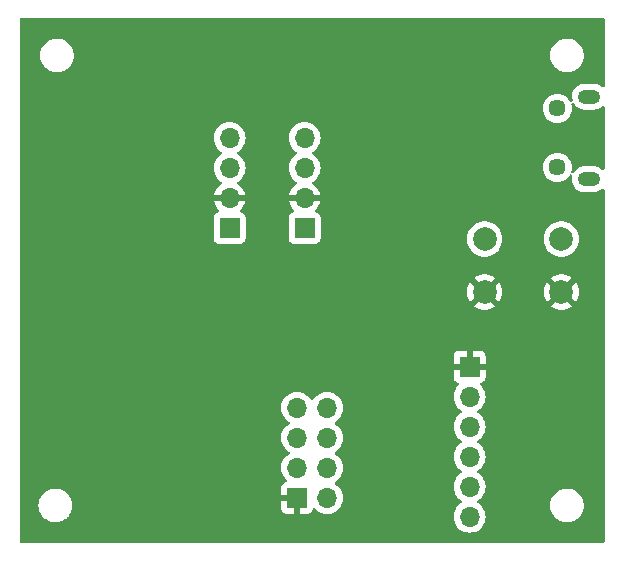
<source format=gbr>
%TF.GenerationSoftware,KiCad,Pcbnew,7.0.10-7.0.10~ubuntu22.04.1*%
%TF.CreationDate,2024-01-08T16:33:40+00:00*%
%TF.ProjectId,wifi_temp_sensor,77696669-5f74-4656-9d70-5f73656e736f,rev?*%
%TF.SameCoordinates,Original*%
%TF.FileFunction,Copper,L2,Bot*%
%TF.FilePolarity,Positive*%
%FSLAX46Y46*%
G04 Gerber Fmt 4.6, Leading zero omitted, Abs format (unit mm)*
G04 Created by KiCad (PCBNEW 7.0.10-7.0.10~ubuntu22.04.1) date 2024-01-08 16:33:40*
%MOMM*%
%LPD*%
G01*
G04 APERTURE LIST*
%TA.AperFunction,ComponentPad*%
%ADD10R,1.700000X1.700000*%
%TD*%
%TA.AperFunction,ComponentPad*%
%ADD11O,1.700000X1.700000*%
%TD*%
%TA.AperFunction,ComponentPad*%
%ADD12C,2.000000*%
%TD*%
%TA.AperFunction,ComponentPad*%
%ADD13O,1.900000X1.200000*%
%TD*%
%TA.AperFunction,ComponentPad*%
%ADD14C,1.450000*%
%TD*%
%TA.AperFunction,ViaPad*%
%ADD15C,0.800000*%
%TD*%
G04 APERTURE END LIST*
D10*
%TO.P,J2,1,Pin_1*%
%TO.N,GND*%
X207645000Y-66030000D03*
D11*
%TO.P,J2,2,Pin_2*%
%TO.N,ESP_Tx*%
X210185000Y-66030000D03*
%TO.P,J2,3,Pin_3*%
%TO.N,SDA*%
X207645000Y-63490000D03*
%TO.P,J2,4,Pin_4*%
%TO.N,+3.3V*%
X210185000Y-63490000D03*
%TO.P,J2,5,Pin_5*%
%TO.N,SCL*%
X207645000Y-60950000D03*
%TO.P,J2,6,Pin_6*%
%TO.N,unconnected-(J2-Pin_6-Pad6)*%
X210185000Y-60950000D03*
%TO.P,J2,7,Pin_7*%
%TO.N,ESP_Rx*%
X207645000Y-58410000D03*
%TO.P,J2,8,Pin_8*%
%TO.N,+3.3V*%
X210185000Y-58410000D03*
%TD*%
D10*
%TO.P,J4,1,Pin_1*%
%TO.N,GND*%
X222250000Y-54927500D03*
D11*
%TO.P,J4,2,Pin_2*%
%TO.N,unconnected-(J4-Pin_2-Pad2)*%
X222250000Y-57467500D03*
%TO.P,J4,3,Pin_3*%
%TO.N,+5V*%
X222250000Y-60007500D03*
%TO.P,J4,4,Pin_4*%
%TO.N,ESP_Rx*%
X222250000Y-62547500D03*
%TO.P,J4,5,Pin_5*%
%TO.N,ESP_Tx*%
X222250000Y-65087500D03*
%TO.P,J4,6,Pin_6*%
%TO.N,unconnected-(J4-Pin_6-Pad6)*%
X222250000Y-67627500D03*
%TD*%
D10*
%TO.P,J5,1,Pin_1*%
%TO.N,+3.3V*%
X208280000Y-43180000D03*
D11*
%TO.P,J5,2,Pin_2*%
%TO.N,GND*%
X208280000Y-40640000D03*
%TO.P,J5,3,Pin_3*%
%TO.N,SCL*%
X208280000Y-38100000D03*
%TO.P,J5,4,Pin_4*%
%TO.N,SDA*%
X208280000Y-35560000D03*
%TD*%
D12*
%TO.P,SW1,1*%
%TO.N,SCL*%
X223520000Y-44105000D03*
X230020000Y-44105000D03*
%TO.P,SW1,2*%
%TO.N,GND*%
X223520000Y-48605000D03*
X230020000Y-48605000D03*
%TD*%
D10*
%TO.P,J3,1,Pin_1*%
%TO.N,+3.3V*%
X201930000Y-43180000D03*
D11*
%TO.P,J3,2,Pin_2*%
%TO.N,GND*%
X201930000Y-40640000D03*
%TO.P,J3,3,Pin_3*%
%TO.N,SCL*%
X201930000Y-38100000D03*
%TO.P,J3,4,Pin_4*%
%TO.N,SDA*%
X201930000Y-35560000D03*
%TD*%
D13*
%TO.P,J1,6,Shield*%
%TO.N,unconnected-(J1-Shield-Pad6)*%
X232377500Y-39060000D03*
D14*
X229677500Y-38060000D03*
X229677500Y-33060000D03*
D13*
X232377500Y-32060000D03*
%TD*%
D15*
%TO.N,GND*%
X214630000Y-53975000D03*
X213360000Y-53975000D03*
X222250000Y-40640000D03*
X202565000Y-50800000D03*
X220980000Y-29210000D03*
X219075000Y-38735000D03*
X226060000Y-34290000D03*
X220980000Y-40640000D03*
X207645000Y-50800000D03*
X227330000Y-34290000D03*
X227330000Y-33020000D03*
X201295000Y-50800000D03*
X217805000Y-38735000D03*
X208915000Y-50800000D03*
X226060000Y-33020000D03*
X222250000Y-29210000D03*
%TD*%
%TA.AperFunction,Conductor*%
%TO.N,GND*%
G36*
X233623039Y-25419685D02*
G01*
X233668794Y-25472489D01*
X233680000Y-25524000D01*
X233680000Y-31158053D01*
X233660315Y-31225092D01*
X233607511Y-31270847D01*
X233538353Y-31280791D01*
X233474797Y-31251766D01*
X233470431Y-31247797D01*
X233410876Y-31191012D01*
X233234074Y-31077388D01*
X233038955Y-30999274D01*
X232832586Y-30959500D01*
X232832585Y-30959500D01*
X231975075Y-30959500D01*
X231818282Y-30974472D01*
X231818278Y-30974473D01*
X231616627Y-31033683D01*
X231429813Y-31129991D01*
X231264616Y-31259905D01*
X231264612Y-31259909D01*
X231126978Y-31418746D01*
X231021898Y-31600750D01*
X230953156Y-31799365D01*
X230953156Y-31799367D01*
X230925082Y-31994632D01*
X230923246Y-32007401D01*
X230933245Y-32217327D01*
X230963666Y-32342722D01*
X230960341Y-32412513D01*
X230919813Y-32469427D01*
X230854948Y-32495395D01*
X230786341Y-32482171D01*
X230741586Y-32443079D01*
X230619876Y-32269259D01*
X230619871Y-32269253D01*
X230468245Y-32117627D01*
X230292590Y-31994631D01*
X230195419Y-31949320D01*
X230098247Y-31904008D01*
X230098243Y-31904007D01*
X230098239Y-31904005D01*
X229891124Y-31848509D01*
X229891120Y-31848508D01*
X229891119Y-31848508D01*
X229891118Y-31848507D01*
X229891113Y-31848507D01*
X229677502Y-31829819D01*
X229677498Y-31829819D01*
X229463886Y-31848507D01*
X229463875Y-31848509D01*
X229256760Y-31904005D01*
X229256751Y-31904009D01*
X229062410Y-31994631D01*
X229062408Y-31994632D01*
X228886759Y-32117623D01*
X228886753Y-32117628D01*
X228735128Y-32269253D01*
X228735123Y-32269259D01*
X228612132Y-32444908D01*
X228612131Y-32444910D01*
X228521509Y-32639251D01*
X228521505Y-32639260D01*
X228466009Y-32846375D01*
X228466007Y-32846386D01*
X228447319Y-33059998D01*
X228447319Y-33060001D01*
X228466007Y-33273613D01*
X228466009Y-33273624D01*
X228521505Y-33480739D01*
X228521507Y-33480743D01*
X228521508Y-33480747D01*
X228566820Y-33577919D01*
X228612131Y-33675090D01*
X228612132Y-33675091D01*
X228735127Y-33850745D01*
X228886755Y-34002373D01*
X229062409Y-34125368D01*
X229256753Y-34215992D01*
X229463881Y-34271492D01*
X229616466Y-34284841D01*
X229677498Y-34290181D01*
X229677500Y-34290181D01*
X229677502Y-34290181D01*
X229730904Y-34285508D01*
X229891119Y-34271492D01*
X230098247Y-34215992D01*
X230292591Y-34125368D01*
X230468245Y-34002373D01*
X230619873Y-33850745D01*
X230742868Y-33675091D01*
X230833492Y-33480747D01*
X230888992Y-33273619D01*
X230907681Y-33060000D01*
X230888992Y-32846381D01*
X230857245Y-32727900D01*
X230858908Y-32658051D01*
X230898070Y-32600188D01*
X230962299Y-32572684D01*
X231031201Y-32584270D01*
X231078026Y-32623878D01*
X231192014Y-32783952D01*
X231192015Y-32783953D01*
X231192020Y-32783959D01*
X231344120Y-32928985D01*
X231344122Y-32928986D01*
X231520928Y-33042613D01*
X231716043Y-33120725D01*
X231819229Y-33140612D01*
X231922414Y-33160500D01*
X231922415Y-33160500D01*
X232779919Y-33160500D01*
X232779925Y-33160500D01*
X232936718Y-33145528D01*
X233138375Y-33086316D01*
X233325182Y-32990011D01*
X233479350Y-32868770D01*
X233544212Y-32842804D01*
X233612819Y-32856026D01*
X233663387Y-32904241D01*
X233680000Y-32966242D01*
X233680000Y-38158053D01*
X233660315Y-38225092D01*
X233607511Y-38270847D01*
X233538353Y-38280791D01*
X233474797Y-38251766D01*
X233470431Y-38247797D01*
X233410876Y-38191012D01*
X233234074Y-38077388D01*
X233190643Y-38060001D01*
X233038957Y-37999275D01*
X233038955Y-37999274D01*
X232832586Y-37959500D01*
X232832585Y-37959500D01*
X231975075Y-37959500D01*
X231818282Y-37974472D01*
X231818278Y-37974473D01*
X231616627Y-38033683D01*
X231429813Y-38129991D01*
X231264616Y-38259905D01*
X231264612Y-38259909D01*
X231126980Y-38418745D01*
X231081262Y-38497930D01*
X231030694Y-38546145D01*
X230962087Y-38559367D01*
X230897223Y-38533399D01*
X230856695Y-38476485D01*
X230853371Y-38406694D01*
X230854088Y-38403880D01*
X230888992Y-38273619D01*
X230907681Y-38060000D01*
X230888992Y-37846381D01*
X230833492Y-37639253D01*
X230742868Y-37444910D01*
X230619873Y-37269255D01*
X230468245Y-37117627D01*
X230468239Y-37117623D01*
X230292590Y-36994631D01*
X230195419Y-36949320D01*
X230098247Y-36904008D01*
X230098243Y-36904007D01*
X230098239Y-36904005D01*
X229891124Y-36848509D01*
X229891120Y-36848508D01*
X229891119Y-36848508D01*
X229891118Y-36848507D01*
X229891113Y-36848507D01*
X229677502Y-36829819D01*
X229677498Y-36829819D01*
X229463886Y-36848507D01*
X229463875Y-36848509D01*
X229256760Y-36904005D01*
X229256751Y-36904009D01*
X229062410Y-36994631D01*
X229062408Y-36994632D01*
X228886759Y-37117623D01*
X228886753Y-37117628D01*
X228735128Y-37269253D01*
X228735123Y-37269259D01*
X228612132Y-37444908D01*
X228612131Y-37444910D01*
X228527229Y-37626982D01*
X228522865Y-37636344D01*
X228521509Y-37639251D01*
X228521505Y-37639260D01*
X228466009Y-37846375D01*
X228466007Y-37846386D01*
X228447319Y-38059998D01*
X228447319Y-38060001D01*
X228466007Y-38273613D01*
X228466009Y-38273624D01*
X228521505Y-38480739D01*
X228521507Y-38480743D01*
X228521508Y-38480747D01*
X228546060Y-38533399D01*
X228612131Y-38675090D01*
X228699152Y-38799368D01*
X228735127Y-38850745D01*
X228886755Y-39002373D01*
X229062409Y-39125368D01*
X229256753Y-39215992D01*
X229463881Y-39271492D01*
X229616466Y-39284841D01*
X229677498Y-39290181D01*
X229677500Y-39290181D01*
X229677502Y-39290181D01*
X229731588Y-39285449D01*
X229891119Y-39271492D01*
X230098247Y-39215992D01*
X230292591Y-39125368D01*
X230468245Y-39002373D01*
X230619873Y-38850745D01*
X230734748Y-38686687D01*
X230789323Y-38643065D01*
X230858822Y-38635872D01*
X230921176Y-38667394D01*
X230956590Y-38727624D01*
X230953975Y-38793487D01*
X230954549Y-38793627D01*
X230953857Y-38796479D01*
X230953819Y-38797439D01*
X230953503Y-38798364D01*
X230953157Y-38799361D01*
X230953156Y-38799366D01*
X230953156Y-38799367D01*
X230923969Y-39002373D01*
X230923246Y-39007401D01*
X230933245Y-39217327D01*
X230982796Y-39421578D01*
X230982798Y-39421582D01*
X231070098Y-39612743D01*
X231070101Y-39612748D01*
X231070102Y-39612750D01*
X231070104Y-39612753D01*
X231133127Y-39701256D01*
X231192015Y-39783953D01*
X231192020Y-39783959D01*
X231344120Y-39928985D01*
X231344122Y-39928986D01*
X231520928Y-40042613D01*
X231716043Y-40120725D01*
X231816051Y-40140000D01*
X231922414Y-40160500D01*
X231922415Y-40160500D01*
X232779919Y-40160500D01*
X232779925Y-40160500D01*
X232936718Y-40145528D01*
X233138375Y-40086316D01*
X233325182Y-39990011D01*
X233479350Y-39868770D01*
X233544212Y-39842804D01*
X233612819Y-39856026D01*
X233663387Y-39904241D01*
X233680000Y-39966242D01*
X233680000Y-69726000D01*
X233660315Y-69793039D01*
X233607511Y-69838794D01*
X233556000Y-69850000D01*
X184274000Y-69850000D01*
X184206961Y-69830315D01*
X184161206Y-69777511D01*
X184150000Y-69726000D01*
X184150000Y-66675005D01*
X185749826Y-66675005D01*
X185769264Y-66909588D01*
X185827051Y-67137785D01*
X185921608Y-67353353D01*
X186050355Y-67550417D01*
X186050358Y-67550420D01*
X186209787Y-67723606D01*
X186337434Y-67822957D01*
X186388756Y-67862903D01*
X186395548Y-67868189D01*
X186602572Y-67980225D01*
X186638331Y-67992501D01*
X186644291Y-67994721D01*
X186644716Y-67994892D01*
X186644720Y-67994894D01*
X186648177Y-67995952D01*
X186652035Y-67997205D01*
X186825214Y-68056658D01*
X186863679Y-68063076D01*
X186870211Y-68064615D01*
X186870251Y-68064431D01*
X186875404Y-68065542D01*
X186875412Y-68065543D01*
X186886185Y-68066922D01*
X186890800Y-68067602D01*
X187057399Y-68095403D01*
X187057400Y-68095403D01*
X187100686Y-68095403D01*
X187109586Y-68095970D01*
X187114722Y-68096188D01*
X187114725Y-68096187D01*
X187114726Y-68096188D01*
X187130570Y-68095514D01*
X187135834Y-68095403D01*
X187292790Y-68095403D01*
X187292795Y-68095403D01*
X187339770Y-68087564D01*
X187354912Y-68085986D01*
X187355313Y-68085968D01*
X187355776Y-68085949D01*
X187374648Y-68081881D01*
X187380341Y-68080794D01*
X187524980Y-68056658D01*
X187574200Y-68039760D01*
X187588322Y-68035830D01*
X187591629Y-68035118D01*
X187611621Y-68027084D01*
X187617486Y-68024900D01*
X187747622Y-67980225D01*
X187797328Y-67953325D01*
X187810095Y-67947331D01*
X187815491Y-67945163D01*
X187815491Y-67945162D01*
X187815498Y-67945160D01*
X187834968Y-67933171D01*
X187840887Y-67929751D01*
X187954646Y-67868189D01*
X188002826Y-67830689D01*
X188013968Y-67822957D01*
X188020945Y-67818662D01*
X188038577Y-67803143D01*
X188044238Y-67798456D01*
X188140407Y-67723606D01*
X188184915Y-67675257D01*
X188194198Y-67666179D01*
X188202058Y-67659262D01*
X188216818Y-67640981D01*
X188222008Y-67634963D01*
X188228878Y-67627500D01*
X220894341Y-67627500D01*
X220914936Y-67862903D01*
X220914938Y-67862913D01*
X220976094Y-68091155D01*
X220976096Y-68091159D01*
X220976097Y-68091163D01*
X221075965Y-68305330D01*
X221075967Y-68305334D01*
X221184281Y-68460021D01*
X221211505Y-68498901D01*
X221378599Y-68665995D01*
X221475384Y-68733765D01*
X221572165Y-68801532D01*
X221572167Y-68801533D01*
X221572170Y-68801535D01*
X221786337Y-68901403D01*
X222014592Y-68962563D01*
X222202918Y-68979039D01*
X222249999Y-68983159D01*
X222250000Y-68983159D01*
X222250001Y-68983159D01*
X222289234Y-68979726D01*
X222485408Y-68962563D01*
X222713663Y-68901403D01*
X222927830Y-68801535D01*
X223121401Y-68665995D01*
X223288495Y-68498901D01*
X223424035Y-68305330D01*
X223523903Y-68091163D01*
X223585063Y-67862908D01*
X223605659Y-67627500D01*
X223585063Y-67392092D01*
X223523903Y-67163837D01*
X223424035Y-66949671D01*
X223421592Y-66946181D01*
X223288494Y-66756097D01*
X223207402Y-66675005D01*
X229079729Y-66675005D01*
X229099167Y-66909588D01*
X229156954Y-67137785D01*
X229251511Y-67353353D01*
X229380258Y-67550417D01*
X229380261Y-67550420D01*
X229539690Y-67723606D01*
X229667337Y-67822957D01*
X229718659Y-67862903D01*
X229725451Y-67868189D01*
X229932475Y-67980225D01*
X229968234Y-67992501D01*
X229974194Y-67994721D01*
X229974619Y-67994892D01*
X229974623Y-67994894D01*
X229978080Y-67995952D01*
X229981938Y-67997205D01*
X230155117Y-68056658D01*
X230193582Y-68063076D01*
X230200114Y-68064615D01*
X230200154Y-68064431D01*
X230205307Y-68065542D01*
X230205315Y-68065543D01*
X230216088Y-68066922D01*
X230220703Y-68067602D01*
X230387302Y-68095403D01*
X230387303Y-68095403D01*
X230430589Y-68095403D01*
X230439489Y-68095970D01*
X230444625Y-68096188D01*
X230444628Y-68096187D01*
X230444629Y-68096188D01*
X230460473Y-68095514D01*
X230465737Y-68095403D01*
X230622693Y-68095403D01*
X230622698Y-68095403D01*
X230669673Y-68087564D01*
X230684815Y-68085986D01*
X230685216Y-68085968D01*
X230685679Y-68085949D01*
X230704551Y-68081881D01*
X230710244Y-68080794D01*
X230854883Y-68056658D01*
X230904103Y-68039760D01*
X230918225Y-68035830D01*
X230921532Y-68035118D01*
X230941524Y-68027084D01*
X230947389Y-68024900D01*
X231077525Y-67980225D01*
X231127231Y-67953325D01*
X231139998Y-67947331D01*
X231145394Y-67945163D01*
X231145394Y-67945162D01*
X231145401Y-67945160D01*
X231164871Y-67933171D01*
X231170790Y-67929751D01*
X231284549Y-67868189D01*
X231332729Y-67830689D01*
X231343871Y-67822957D01*
X231350848Y-67818662D01*
X231368480Y-67803143D01*
X231374141Y-67798456D01*
X231470310Y-67723606D01*
X231514818Y-67675257D01*
X231524101Y-67666179D01*
X231531961Y-67659262D01*
X231546721Y-67640981D01*
X231551911Y-67634963D01*
X231629739Y-67550420D01*
X231668280Y-67491427D01*
X231675594Y-67481375D01*
X231683530Y-67471547D01*
X231694786Y-67451397D01*
X231699196Y-67444107D01*
X231758488Y-67353354D01*
X231788743Y-67284379D01*
X231794040Y-67273724D01*
X231801195Y-67260917D01*
X231808624Y-67239888D01*
X231811965Y-67231437D01*
X231853046Y-67137785D01*
X231872772Y-67059887D01*
X231876042Y-67049077D01*
X231881571Y-67033431D01*
X231885154Y-67012536D01*
X231887165Y-67003052D01*
X231910829Y-66909604D01*
X231910831Y-66909595D01*
X231910832Y-66909592D01*
X231917893Y-66824368D01*
X231919249Y-66813694D01*
X231922346Y-66795634D01*
X231922977Y-66765827D01*
X231923369Y-66758286D01*
X231930271Y-66675000D01*
X231923369Y-66591716D01*
X231922977Y-66584168D01*
X231922346Y-66554366D01*
X231919251Y-66536319D01*
X231917893Y-66525628D01*
X231910832Y-66440408D01*
X231910831Y-66440405D01*
X231910831Y-66440401D01*
X231887162Y-66346937D01*
X231885154Y-66337470D01*
X231881571Y-66316569D01*
X231876054Y-66300956D01*
X231872769Y-66290102D01*
X231853046Y-66212215D01*
X231811967Y-66118566D01*
X231808619Y-66110097D01*
X231801195Y-66089083D01*
X231794044Y-66076283D01*
X231788744Y-66065623D01*
X231773118Y-66030000D01*
X231758488Y-65996646D01*
X231699200Y-65905898D01*
X231694784Y-65898600D01*
X231683530Y-65878453D01*
X231675598Y-65868630D01*
X231668272Y-65858559D01*
X231629743Y-65799584D01*
X231551941Y-65715069D01*
X231546694Y-65708984D01*
X231531964Y-65690741D01*
X231531958Y-65690735D01*
X231524104Y-65683822D01*
X231514809Y-65674732D01*
X231470310Y-65626394D01*
X231374169Y-65551564D01*
X231368435Y-65546817D01*
X231350848Y-65531338D01*
X231350847Y-65531337D01*
X231343866Y-65527039D01*
X231332730Y-65519311D01*
X231284549Y-65481811D01*
X231284548Y-65481810D01*
X231284545Y-65481808D01*
X231284539Y-65481804D01*
X231170806Y-65420255D01*
X231164822Y-65416798D01*
X231145401Y-65404840D01*
X231145398Y-65404838D01*
X231139985Y-65402663D01*
X231127213Y-65396664D01*
X231077532Y-65369778D01*
X231077520Y-65369773D01*
X230947457Y-65325122D01*
X230941488Y-65322900D01*
X230921541Y-65314885D01*
X230921534Y-65314882D01*
X230921532Y-65314882D01*
X230921529Y-65314881D01*
X230921528Y-65314881D01*
X230918212Y-65314166D01*
X230904095Y-65310235D01*
X230854888Y-65293343D01*
X230854881Y-65293341D01*
X230710246Y-65269205D01*
X230704539Y-65268114D01*
X230685684Y-65264051D01*
X230685191Y-65264030D01*
X230684801Y-65264013D01*
X230669673Y-65262435D01*
X230622698Y-65254597D01*
X230465737Y-65254597D01*
X230460473Y-65254485D01*
X230459705Y-65254452D01*
X230444625Y-65253811D01*
X230439489Y-65254029D01*
X230430589Y-65254597D01*
X230387301Y-65254597D01*
X230220736Y-65282390D01*
X230216094Y-65283075D01*
X230205312Y-65284457D01*
X230200167Y-65285566D01*
X230200128Y-65285385D01*
X230193597Y-65286919D01*
X230155118Y-65293340D01*
X229981976Y-65352781D01*
X229978048Y-65354057D01*
X229974623Y-65355106D01*
X229974622Y-65355106D01*
X229974617Y-65355108D01*
X229974140Y-65355300D01*
X229968211Y-65357506D01*
X229932478Y-65369773D01*
X229725453Y-65481809D01*
X229725448Y-65481812D01*
X229594354Y-65583846D01*
X229539690Y-65626394D01*
X229539689Y-65626395D01*
X229539687Y-65626397D01*
X229380258Y-65799582D01*
X229251511Y-65996646D01*
X229156954Y-66212214D01*
X229099167Y-66440411D01*
X229079729Y-66674994D01*
X229079729Y-66675005D01*
X223207402Y-66675005D01*
X223121402Y-66589006D01*
X223121396Y-66589001D01*
X222935842Y-66459075D01*
X222892217Y-66404498D01*
X222885023Y-66335000D01*
X222916546Y-66272645D01*
X222935842Y-66255925D01*
X222998266Y-66212215D01*
X223121401Y-66125995D01*
X223288495Y-65958901D01*
X223424035Y-65765330D01*
X223523903Y-65551163D01*
X223585063Y-65322908D01*
X223585766Y-65314881D01*
X223605659Y-65087500D01*
X223605659Y-65087499D01*
X223597260Y-64991501D01*
X223585063Y-64852092D01*
X223533171Y-64658425D01*
X223523905Y-64623844D01*
X223523904Y-64623843D01*
X223523903Y-64623837D01*
X223424035Y-64409671D01*
X223390237Y-64361401D01*
X223288494Y-64216097D01*
X223121402Y-64049006D01*
X223121396Y-64049001D01*
X222935842Y-63919075D01*
X222892217Y-63864498D01*
X222885023Y-63795000D01*
X222916546Y-63732645D01*
X222935842Y-63715925D01*
X222958026Y-63700391D01*
X223121401Y-63585995D01*
X223288495Y-63418901D01*
X223424035Y-63225330D01*
X223523903Y-63011163D01*
X223585063Y-62782908D01*
X223605659Y-62547500D01*
X223585063Y-62312092D01*
X223523903Y-62083837D01*
X223424035Y-61869671D01*
X223390237Y-61821401D01*
X223288494Y-61676097D01*
X223121402Y-61509006D01*
X223121396Y-61509001D01*
X222935842Y-61379075D01*
X222892217Y-61324498D01*
X222885023Y-61255000D01*
X222916546Y-61192645D01*
X222935842Y-61175925D01*
X222958026Y-61160391D01*
X223121401Y-61045995D01*
X223288495Y-60878901D01*
X223424035Y-60685330D01*
X223523903Y-60471163D01*
X223585063Y-60242908D01*
X223605659Y-60007500D01*
X223585063Y-59772092D01*
X223523903Y-59543837D01*
X223424035Y-59329671D01*
X223390237Y-59281401D01*
X223288494Y-59136097D01*
X223121402Y-58969006D01*
X223121396Y-58969001D01*
X222935842Y-58839075D01*
X222892217Y-58784498D01*
X222885023Y-58715000D01*
X222916546Y-58652645D01*
X222935842Y-58635925D01*
X222958026Y-58620391D01*
X223121401Y-58505995D01*
X223288495Y-58338901D01*
X223424035Y-58145330D01*
X223523903Y-57931163D01*
X223585063Y-57702908D01*
X223605659Y-57467500D01*
X223585063Y-57232092D01*
X223523903Y-57003837D01*
X223424035Y-56789671D01*
X223288495Y-56596099D01*
X223166179Y-56473783D01*
X223132696Y-56412463D01*
X223137680Y-56342771D01*
X223179551Y-56286837D01*
X223210529Y-56269922D01*
X223342086Y-56220854D01*
X223342093Y-56220850D01*
X223457187Y-56134690D01*
X223457190Y-56134687D01*
X223543350Y-56019593D01*
X223543354Y-56019586D01*
X223593596Y-55884879D01*
X223593598Y-55884872D01*
X223599999Y-55825344D01*
X223600000Y-55825327D01*
X223600000Y-55177500D01*
X222683686Y-55177500D01*
X222709493Y-55137344D01*
X222750000Y-54999389D01*
X222750000Y-54855611D01*
X222709493Y-54717656D01*
X222683686Y-54677500D01*
X223600000Y-54677500D01*
X223600000Y-54029672D01*
X223599999Y-54029655D01*
X223593598Y-53970127D01*
X223593596Y-53970120D01*
X223543354Y-53835413D01*
X223543350Y-53835406D01*
X223457190Y-53720312D01*
X223457187Y-53720309D01*
X223342093Y-53634149D01*
X223342086Y-53634145D01*
X223207379Y-53583903D01*
X223207372Y-53583901D01*
X223147844Y-53577500D01*
X222500000Y-53577500D01*
X222500000Y-54491998D01*
X222392315Y-54442820D01*
X222285763Y-54427500D01*
X222214237Y-54427500D01*
X222107685Y-54442820D01*
X222000000Y-54491998D01*
X222000000Y-53577500D01*
X221352155Y-53577500D01*
X221292627Y-53583901D01*
X221292620Y-53583903D01*
X221157913Y-53634145D01*
X221157906Y-53634149D01*
X221042812Y-53720309D01*
X221042809Y-53720312D01*
X220956649Y-53835406D01*
X220956645Y-53835413D01*
X220906403Y-53970120D01*
X220906401Y-53970127D01*
X220900000Y-54029655D01*
X220900000Y-54677500D01*
X221816314Y-54677500D01*
X221790507Y-54717656D01*
X221750000Y-54855611D01*
X221750000Y-54999389D01*
X221790507Y-55137344D01*
X221816314Y-55177500D01*
X220900000Y-55177500D01*
X220900000Y-55825344D01*
X220906401Y-55884872D01*
X220906403Y-55884879D01*
X220956645Y-56019586D01*
X220956649Y-56019593D01*
X221042809Y-56134687D01*
X221042812Y-56134690D01*
X221157906Y-56220850D01*
X221157913Y-56220854D01*
X221289470Y-56269921D01*
X221345403Y-56311792D01*
X221369821Y-56377256D01*
X221354970Y-56445529D01*
X221333819Y-56473784D01*
X221211503Y-56596100D01*
X221075965Y-56789669D01*
X221075964Y-56789671D01*
X220976098Y-57003835D01*
X220976094Y-57003844D01*
X220914938Y-57232086D01*
X220914936Y-57232096D01*
X220894341Y-57467499D01*
X220894341Y-57467500D01*
X220914936Y-57702903D01*
X220914938Y-57702913D01*
X220976094Y-57931155D01*
X220976096Y-57931159D01*
X220976097Y-57931163D01*
X221075965Y-58145330D01*
X221075967Y-58145334D01*
X221211501Y-58338895D01*
X221211506Y-58338902D01*
X221378597Y-58505993D01*
X221378603Y-58505998D01*
X221564158Y-58635925D01*
X221607783Y-58690502D01*
X221614977Y-58760000D01*
X221583454Y-58822355D01*
X221564158Y-58839075D01*
X221378597Y-58969005D01*
X221211505Y-59136097D01*
X221075965Y-59329669D01*
X221075964Y-59329671D01*
X220976098Y-59543835D01*
X220976094Y-59543844D01*
X220914938Y-59772086D01*
X220914936Y-59772096D01*
X220894341Y-60007499D01*
X220894341Y-60007500D01*
X220914936Y-60242903D01*
X220914938Y-60242913D01*
X220976094Y-60471155D01*
X220976096Y-60471159D01*
X220976097Y-60471163D01*
X221075965Y-60685330D01*
X221075967Y-60685334D01*
X221211501Y-60878895D01*
X221211506Y-60878902D01*
X221378597Y-61045993D01*
X221378603Y-61045998D01*
X221564158Y-61175925D01*
X221607783Y-61230502D01*
X221614977Y-61300000D01*
X221583454Y-61362355D01*
X221564158Y-61379075D01*
X221378597Y-61509005D01*
X221211505Y-61676097D01*
X221075965Y-61869669D01*
X221075964Y-61869671D01*
X220976098Y-62083835D01*
X220976094Y-62083844D01*
X220914938Y-62312086D01*
X220914936Y-62312096D01*
X220894341Y-62547499D01*
X220894341Y-62547500D01*
X220914936Y-62782903D01*
X220914938Y-62782913D01*
X220976094Y-63011155D01*
X220976096Y-63011159D01*
X220976097Y-63011163D01*
X221075965Y-63225330D01*
X221075967Y-63225334D01*
X221211501Y-63418895D01*
X221211506Y-63418902D01*
X221378597Y-63585993D01*
X221378603Y-63585998D01*
X221564158Y-63715925D01*
X221607783Y-63770502D01*
X221614977Y-63840000D01*
X221583454Y-63902355D01*
X221564158Y-63919075D01*
X221378597Y-64049005D01*
X221211505Y-64216097D01*
X221075965Y-64409669D01*
X221075964Y-64409671D01*
X220976098Y-64623835D01*
X220976094Y-64623844D01*
X220914938Y-64852086D01*
X220914936Y-64852096D01*
X220894341Y-65087499D01*
X220894341Y-65087500D01*
X220914936Y-65322900D01*
X220914938Y-65322913D01*
X220976094Y-65551155D01*
X220976096Y-65551159D01*
X220976097Y-65551163D01*
X221045129Y-65699202D01*
X221075965Y-65765330D01*
X221075967Y-65765334D01*
X221211501Y-65958895D01*
X221211506Y-65958902D01*
X221378597Y-66125993D01*
X221378603Y-66125998D01*
X221564158Y-66255925D01*
X221607783Y-66310502D01*
X221614977Y-66380000D01*
X221583454Y-66442355D01*
X221564158Y-66459075D01*
X221378597Y-66589005D01*
X221211505Y-66756097D01*
X221075965Y-66949669D01*
X221075964Y-66949671D01*
X220976098Y-67163835D01*
X220976094Y-67163844D01*
X220914938Y-67392086D01*
X220914936Y-67392096D01*
X220894341Y-67627499D01*
X220894341Y-67627500D01*
X188228878Y-67627500D01*
X188299836Y-67550420D01*
X188338377Y-67491427D01*
X188345691Y-67481375D01*
X188353627Y-67471547D01*
X188364883Y-67451397D01*
X188369293Y-67444107D01*
X188428585Y-67353354D01*
X188458840Y-67284379D01*
X188464137Y-67273724D01*
X188471292Y-67260917D01*
X188478721Y-67239888D01*
X188482062Y-67231437D01*
X188523143Y-67137785D01*
X188542869Y-67059887D01*
X188546139Y-67049077D01*
X188551668Y-67033431D01*
X188555251Y-67012536D01*
X188557262Y-67003052D01*
X188580926Y-66909604D01*
X188580928Y-66909595D01*
X188580929Y-66909592D01*
X188587990Y-66824368D01*
X188589346Y-66813694D01*
X188592443Y-66795634D01*
X188593074Y-66765827D01*
X188593466Y-66758286D01*
X188600368Y-66675000D01*
X188593466Y-66591716D01*
X188593074Y-66584168D01*
X188592443Y-66554366D01*
X188589348Y-66536319D01*
X188587990Y-66525628D01*
X188580929Y-66440408D01*
X188580928Y-66440405D01*
X188580928Y-66440401D01*
X188557259Y-66346937D01*
X188555251Y-66337470D01*
X188551668Y-66316569D01*
X188546151Y-66300956D01*
X188542866Y-66290102D01*
X188523143Y-66212215D01*
X188482064Y-66118566D01*
X188478716Y-66110097D01*
X188471292Y-66089083D01*
X188464141Y-66076283D01*
X188458841Y-66065623D01*
X188443215Y-66030000D01*
X188428585Y-65996646D01*
X188369297Y-65905898D01*
X188364881Y-65898600D01*
X188353627Y-65878453D01*
X188345695Y-65868630D01*
X188338369Y-65858559D01*
X188299840Y-65799584D01*
X188222038Y-65715069D01*
X188216791Y-65708984D01*
X188202061Y-65690741D01*
X188202055Y-65690735D01*
X188194201Y-65683822D01*
X188184906Y-65674732D01*
X188140407Y-65626394D01*
X188044266Y-65551564D01*
X188038532Y-65546817D01*
X188020945Y-65531338D01*
X188020944Y-65531337D01*
X188013963Y-65527039D01*
X188002827Y-65519311D01*
X187954646Y-65481811D01*
X187954645Y-65481810D01*
X187954642Y-65481808D01*
X187954636Y-65481804D01*
X187840903Y-65420255D01*
X187834919Y-65416798D01*
X187815498Y-65404840D01*
X187815495Y-65404838D01*
X187810082Y-65402663D01*
X187797310Y-65396664D01*
X187747629Y-65369778D01*
X187747617Y-65369773D01*
X187617554Y-65325122D01*
X187611585Y-65322900D01*
X187591638Y-65314885D01*
X187591631Y-65314882D01*
X187591629Y-65314882D01*
X187591626Y-65314881D01*
X187591625Y-65314881D01*
X187588309Y-65314166D01*
X187574192Y-65310235D01*
X187524985Y-65293343D01*
X187524978Y-65293341D01*
X187380343Y-65269205D01*
X187374636Y-65268114D01*
X187355781Y-65264051D01*
X187355288Y-65264030D01*
X187354898Y-65264013D01*
X187339770Y-65262435D01*
X187292795Y-65254597D01*
X187135834Y-65254597D01*
X187130570Y-65254485D01*
X187129802Y-65254452D01*
X187114722Y-65253811D01*
X187109586Y-65254029D01*
X187100686Y-65254597D01*
X187057398Y-65254597D01*
X186890833Y-65282390D01*
X186886191Y-65283075D01*
X186875409Y-65284457D01*
X186870264Y-65285566D01*
X186870225Y-65285385D01*
X186863694Y-65286919D01*
X186825215Y-65293340D01*
X186652073Y-65352781D01*
X186648145Y-65354057D01*
X186644720Y-65355106D01*
X186644719Y-65355106D01*
X186644714Y-65355108D01*
X186644237Y-65355300D01*
X186638308Y-65357506D01*
X186602575Y-65369773D01*
X186395550Y-65481809D01*
X186395545Y-65481812D01*
X186264451Y-65583846D01*
X186209787Y-65626394D01*
X186209786Y-65626395D01*
X186209784Y-65626397D01*
X186050355Y-65799582D01*
X185921608Y-65996646D01*
X185827051Y-66212214D01*
X185769264Y-66440411D01*
X185749826Y-66674994D01*
X185749826Y-66675005D01*
X184150000Y-66675005D01*
X184150000Y-63490000D01*
X206289341Y-63490000D01*
X206309936Y-63725403D01*
X206309938Y-63725413D01*
X206371094Y-63953655D01*
X206371096Y-63953659D01*
X206371097Y-63953663D01*
X206451004Y-64125023D01*
X206470965Y-64167830D01*
X206470967Y-64167834D01*
X206504763Y-64216099D01*
X206606501Y-64361396D01*
X206606506Y-64361402D01*
X206728818Y-64483714D01*
X206762303Y-64545037D01*
X206757319Y-64614729D01*
X206715447Y-64670662D01*
X206684471Y-64687577D01*
X206552912Y-64736646D01*
X206552906Y-64736649D01*
X206437812Y-64822809D01*
X206437809Y-64822812D01*
X206351649Y-64937906D01*
X206351645Y-64937913D01*
X206301403Y-65072620D01*
X206301401Y-65072627D01*
X206295000Y-65132155D01*
X206295000Y-65780000D01*
X207211314Y-65780000D01*
X207185507Y-65820156D01*
X207145000Y-65958111D01*
X207145000Y-66101889D01*
X207185507Y-66239844D01*
X207211314Y-66280000D01*
X206295000Y-66280000D01*
X206295000Y-66927844D01*
X206301401Y-66987372D01*
X206301403Y-66987379D01*
X206351645Y-67122086D01*
X206351649Y-67122093D01*
X206437809Y-67237187D01*
X206437812Y-67237190D01*
X206552906Y-67323350D01*
X206552913Y-67323354D01*
X206687620Y-67373596D01*
X206687627Y-67373598D01*
X206747155Y-67379999D01*
X206747172Y-67380000D01*
X207395000Y-67380000D01*
X207395000Y-66465501D01*
X207502685Y-66514680D01*
X207609237Y-66530000D01*
X207680763Y-66530000D01*
X207787315Y-66514680D01*
X207895000Y-66465501D01*
X207895000Y-67380000D01*
X208542828Y-67380000D01*
X208542844Y-67379999D01*
X208602372Y-67373598D01*
X208602379Y-67373596D01*
X208737086Y-67323354D01*
X208737093Y-67323350D01*
X208852187Y-67237190D01*
X208852190Y-67237187D01*
X208938350Y-67122093D01*
X208938354Y-67122086D01*
X208987422Y-66990529D01*
X209029293Y-66934595D01*
X209094757Y-66910178D01*
X209163030Y-66925030D01*
X209191285Y-66946181D01*
X209313599Y-67068495D01*
X209390135Y-67122086D01*
X209507165Y-67204032D01*
X209507167Y-67204033D01*
X209507170Y-67204035D01*
X209721337Y-67303903D01*
X209949592Y-67365063D01*
X210120319Y-67380000D01*
X210184999Y-67385659D01*
X210185000Y-67385659D01*
X210185001Y-67385659D01*
X210249681Y-67380000D01*
X210420408Y-67365063D01*
X210648663Y-67303903D01*
X210862830Y-67204035D01*
X211056401Y-67068495D01*
X211223495Y-66901401D01*
X211359035Y-66707830D01*
X211458903Y-66493663D01*
X211520063Y-66265408D01*
X211540659Y-66030000D01*
X211520063Y-65794592D01*
X211458903Y-65566337D01*
X211359035Y-65352171D01*
X211340096Y-65325122D01*
X211223494Y-65158597D01*
X211056402Y-64991506D01*
X211056396Y-64991501D01*
X210870842Y-64861575D01*
X210827217Y-64806998D01*
X210820023Y-64737500D01*
X210851546Y-64675145D01*
X210870842Y-64658425D01*
X210982500Y-64580241D01*
X211056401Y-64528495D01*
X211223495Y-64361401D01*
X211359035Y-64167830D01*
X211458903Y-63953663D01*
X211520063Y-63725408D01*
X211540659Y-63490000D01*
X211520063Y-63254592D01*
X211458903Y-63026337D01*
X211359035Y-62812171D01*
X211353425Y-62804158D01*
X211223494Y-62618597D01*
X211056402Y-62451506D01*
X211056396Y-62451501D01*
X210870842Y-62321575D01*
X210827217Y-62266998D01*
X210820023Y-62197500D01*
X210851546Y-62135145D01*
X210870842Y-62118425D01*
X210920241Y-62083835D01*
X211056401Y-61988495D01*
X211223495Y-61821401D01*
X211359035Y-61627830D01*
X211458903Y-61413663D01*
X211520063Y-61185408D01*
X211540659Y-60950000D01*
X211520063Y-60714592D01*
X211458903Y-60486337D01*
X211359035Y-60272171D01*
X211353425Y-60264158D01*
X211223494Y-60078597D01*
X211056402Y-59911506D01*
X211056396Y-59911501D01*
X210870842Y-59781575D01*
X210827217Y-59726998D01*
X210820023Y-59657500D01*
X210851546Y-59595145D01*
X210870842Y-59578425D01*
X210920241Y-59543835D01*
X211056401Y-59448495D01*
X211223495Y-59281401D01*
X211359035Y-59087830D01*
X211458903Y-58873663D01*
X211520063Y-58645408D01*
X211540659Y-58410000D01*
X211520063Y-58174592D01*
X211458903Y-57946337D01*
X211359035Y-57732171D01*
X211353425Y-57724158D01*
X211223494Y-57538597D01*
X211056402Y-57371506D01*
X211056395Y-57371501D01*
X210862834Y-57235967D01*
X210862830Y-57235965D01*
X210854511Y-57232086D01*
X210648663Y-57136097D01*
X210648659Y-57136096D01*
X210648655Y-57136094D01*
X210420413Y-57074938D01*
X210420403Y-57074936D01*
X210185001Y-57054341D01*
X210184999Y-57054341D01*
X209949596Y-57074936D01*
X209949586Y-57074938D01*
X209721344Y-57136094D01*
X209721335Y-57136098D01*
X209507171Y-57235964D01*
X209507169Y-57235965D01*
X209313597Y-57371505D01*
X209146505Y-57538597D01*
X209016575Y-57724158D01*
X208961998Y-57767783D01*
X208892500Y-57774977D01*
X208830145Y-57743454D01*
X208813425Y-57724158D01*
X208683494Y-57538597D01*
X208516402Y-57371506D01*
X208516395Y-57371501D01*
X208322834Y-57235967D01*
X208322830Y-57235965D01*
X208314511Y-57232086D01*
X208108663Y-57136097D01*
X208108659Y-57136096D01*
X208108655Y-57136094D01*
X207880413Y-57074938D01*
X207880403Y-57074936D01*
X207645001Y-57054341D01*
X207644999Y-57054341D01*
X207409596Y-57074936D01*
X207409586Y-57074938D01*
X207181344Y-57136094D01*
X207181335Y-57136098D01*
X206967171Y-57235964D01*
X206967169Y-57235965D01*
X206773597Y-57371505D01*
X206606505Y-57538597D01*
X206470965Y-57732169D01*
X206470964Y-57732171D01*
X206371098Y-57946335D01*
X206371094Y-57946344D01*
X206309938Y-58174586D01*
X206309936Y-58174596D01*
X206289341Y-58409999D01*
X206289341Y-58410000D01*
X206309936Y-58645403D01*
X206309938Y-58645413D01*
X206371094Y-58873655D01*
X206371096Y-58873659D01*
X206371097Y-58873663D01*
X206451004Y-59045023D01*
X206470965Y-59087830D01*
X206470967Y-59087834D01*
X206504763Y-59136099D01*
X206606501Y-59281396D01*
X206606506Y-59281402D01*
X206773597Y-59448493D01*
X206773603Y-59448498D01*
X206959158Y-59578425D01*
X207002783Y-59633002D01*
X207009977Y-59702500D01*
X206978454Y-59764855D01*
X206959158Y-59781575D01*
X206773597Y-59911505D01*
X206606505Y-60078597D01*
X206470965Y-60272169D01*
X206470964Y-60272171D01*
X206371098Y-60486335D01*
X206371094Y-60486344D01*
X206309938Y-60714586D01*
X206309936Y-60714596D01*
X206289341Y-60949999D01*
X206289341Y-60950000D01*
X206309936Y-61185403D01*
X206309938Y-61185413D01*
X206371094Y-61413655D01*
X206371096Y-61413659D01*
X206371097Y-61413663D01*
X206451004Y-61585023D01*
X206470965Y-61627830D01*
X206470967Y-61627834D01*
X206504763Y-61676099D01*
X206606501Y-61821396D01*
X206606506Y-61821402D01*
X206773597Y-61988493D01*
X206773603Y-61988498D01*
X206959158Y-62118425D01*
X207002783Y-62173002D01*
X207009977Y-62242500D01*
X206978454Y-62304855D01*
X206959158Y-62321575D01*
X206773597Y-62451505D01*
X206606505Y-62618597D01*
X206470965Y-62812169D01*
X206470964Y-62812171D01*
X206371098Y-63026335D01*
X206371094Y-63026344D01*
X206309938Y-63254586D01*
X206309936Y-63254596D01*
X206289341Y-63489999D01*
X206289341Y-63490000D01*
X184150000Y-63490000D01*
X184150000Y-48605005D01*
X222014859Y-48605005D01*
X222035385Y-48852729D01*
X222035387Y-48852738D01*
X222096412Y-49093717D01*
X222196266Y-49321364D01*
X222296564Y-49474882D01*
X222994070Y-48777376D01*
X222996884Y-48790915D01*
X223066442Y-48925156D01*
X223169638Y-49035652D01*
X223298819Y-49114209D01*
X223350002Y-49128549D01*
X222649942Y-49828609D01*
X222696768Y-49865055D01*
X222696770Y-49865056D01*
X222915385Y-49983364D01*
X222915396Y-49983369D01*
X223150506Y-50064083D01*
X223395707Y-50105000D01*
X223644293Y-50105000D01*
X223889493Y-50064083D01*
X224124603Y-49983369D01*
X224124614Y-49983364D01*
X224343228Y-49865057D01*
X224343231Y-49865055D01*
X224390056Y-49828609D01*
X223691568Y-49130121D01*
X223808458Y-49079349D01*
X223925739Y-48983934D01*
X224012928Y-48860415D01*
X224043354Y-48774802D01*
X224743434Y-49474882D01*
X224843731Y-49321369D01*
X224943587Y-49093717D01*
X225004612Y-48852738D01*
X225004614Y-48852729D01*
X225025141Y-48605005D01*
X228514859Y-48605005D01*
X228535385Y-48852729D01*
X228535387Y-48852738D01*
X228596412Y-49093717D01*
X228696266Y-49321364D01*
X228796564Y-49474882D01*
X229494070Y-48777376D01*
X229496884Y-48790915D01*
X229566442Y-48925156D01*
X229669638Y-49035652D01*
X229798819Y-49114209D01*
X229850002Y-49128549D01*
X229149942Y-49828609D01*
X229196768Y-49865055D01*
X229196770Y-49865056D01*
X229415385Y-49983364D01*
X229415396Y-49983369D01*
X229650506Y-50064083D01*
X229895707Y-50105000D01*
X230144293Y-50105000D01*
X230389493Y-50064083D01*
X230624603Y-49983369D01*
X230624614Y-49983364D01*
X230843228Y-49865057D01*
X230843231Y-49865055D01*
X230890056Y-49828609D01*
X230191568Y-49130121D01*
X230308458Y-49079349D01*
X230425739Y-48983934D01*
X230512928Y-48860415D01*
X230543354Y-48774802D01*
X231243434Y-49474882D01*
X231343731Y-49321369D01*
X231443587Y-49093717D01*
X231504612Y-48852738D01*
X231504614Y-48852729D01*
X231525141Y-48605005D01*
X231525141Y-48604994D01*
X231504614Y-48357270D01*
X231504612Y-48357261D01*
X231443587Y-48116282D01*
X231343731Y-47888630D01*
X231243434Y-47735116D01*
X230545929Y-48432622D01*
X230543116Y-48419085D01*
X230473558Y-48284844D01*
X230370362Y-48174348D01*
X230241181Y-48095791D01*
X230189997Y-48081450D01*
X230890057Y-47381390D01*
X230890056Y-47381389D01*
X230843229Y-47344943D01*
X230624614Y-47226635D01*
X230624603Y-47226630D01*
X230389493Y-47145916D01*
X230144293Y-47105000D01*
X229895707Y-47105000D01*
X229650506Y-47145916D01*
X229415396Y-47226630D01*
X229415390Y-47226632D01*
X229196761Y-47344949D01*
X229149942Y-47381388D01*
X229149942Y-47381390D01*
X229848431Y-48079878D01*
X229731542Y-48130651D01*
X229614261Y-48226066D01*
X229527072Y-48349585D01*
X229496645Y-48435197D01*
X228796564Y-47735116D01*
X228696267Y-47888632D01*
X228596412Y-48116282D01*
X228535387Y-48357261D01*
X228535385Y-48357270D01*
X228514859Y-48604994D01*
X228514859Y-48605005D01*
X225025141Y-48605005D01*
X225025141Y-48604994D01*
X225004614Y-48357270D01*
X225004612Y-48357261D01*
X224943587Y-48116282D01*
X224843731Y-47888630D01*
X224743434Y-47735116D01*
X224045929Y-48432622D01*
X224043116Y-48419085D01*
X223973558Y-48284844D01*
X223870362Y-48174348D01*
X223741181Y-48095791D01*
X223689997Y-48081450D01*
X224390057Y-47381390D01*
X224390056Y-47381389D01*
X224343229Y-47344943D01*
X224124614Y-47226635D01*
X224124603Y-47226630D01*
X223889493Y-47145916D01*
X223644293Y-47105000D01*
X223395707Y-47105000D01*
X223150506Y-47145916D01*
X222915396Y-47226630D01*
X222915390Y-47226632D01*
X222696761Y-47344949D01*
X222649942Y-47381388D01*
X222649942Y-47381390D01*
X223348431Y-48079878D01*
X223231542Y-48130651D01*
X223114261Y-48226066D01*
X223027072Y-48349585D01*
X222996645Y-48435197D01*
X222296564Y-47735116D01*
X222196267Y-47888632D01*
X222096412Y-48116282D01*
X222035387Y-48357261D01*
X222035385Y-48357270D01*
X222014859Y-48604994D01*
X222014859Y-48605005D01*
X184150000Y-48605005D01*
X184150000Y-38100000D01*
X200574341Y-38100000D01*
X200594936Y-38335403D01*
X200594938Y-38335413D01*
X200656094Y-38563655D01*
X200656096Y-38563659D01*
X200656097Y-38563663D01*
X200755965Y-38777830D01*
X200755967Y-38777834D01*
X200891501Y-38971395D01*
X200891506Y-38971402D01*
X201058597Y-39138493D01*
X201058603Y-39138498D01*
X201244594Y-39268730D01*
X201288219Y-39323307D01*
X201295413Y-39392805D01*
X201263890Y-39455160D01*
X201244595Y-39471880D01*
X201058922Y-39601890D01*
X201058920Y-39601891D01*
X200891891Y-39768920D01*
X200891886Y-39768926D01*
X200756400Y-39962420D01*
X200756399Y-39962422D01*
X200656570Y-40176507D01*
X200656567Y-40176513D01*
X200599364Y-40389999D01*
X200599364Y-40390000D01*
X201496314Y-40390000D01*
X201470507Y-40430156D01*
X201430000Y-40568111D01*
X201430000Y-40711889D01*
X201470507Y-40849844D01*
X201496314Y-40890000D01*
X200599364Y-40890000D01*
X200656567Y-41103486D01*
X200656570Y-41103492D01*
X200756399Y-41317578D01*
X200891894Y-41511082D01*
X201013946Y-41633134D01*
X201047431Y-41694457D01*
X201042447Y-41764149D01*
X201000575Y-41820082D01*
X200969598Y-41836997D01*
X200837671Y-41886202D01*
X200837664Y-41886206D01*
X200722455Y-41972452D01*
X200722452Y-41972455D01*
X200636206Y-42087664D01*
X200636202Y-42087671D01*
X200585908Y-42222517D01*
X200579501Y-42282116D01*
X200579501Y-42282123D01*
X200579500Y-42282135D01*
X200579500Y-44077870D01*
X200579501Y-44077876D01*
X200585908Y-44137483D01*
X200636202Y-44272328D01*
X200636206Y-44272335D01*
X200722452Y-44387544D01*
X200722455Y-44387547D01*
X200837664Y-44473793D01*
X200837671Y-44473797D01*
X200972517Y-44524091D01*
X200972516Y-44524091D01*
X200979444Y-44524835D01*
X201032127Y-44530500D01*
X202827872Y-44530499D01*
X202887483Y-44524091D01*
X203022331Y-44473796D01*
X203137546Y-44387546D01*
X203223796Y-44272331D01*
X203274091Y-44137483D01*
X203280500Y-44077873D01*
X203280499Y-42282128D01*
X203274091Y-42222517D01*
X203223796Y-42087669D01*
X203223795Y-42087668D01*
X203223793Y-42087664D01*
X203137547Y-41972455D01*
X203137544Y-41972452D01*
X203022335Y-41886206D01*
X203022328Y-41886202D01*
X202890401Y-41836997D01*
X202834467Y-41795126D01*
X202810050Y-41729662D01*
X202824902Y-41661389D01*
X202846053Y-41633133D01*
X202968108Y-41511078D01*
X203103600Y-41317578D01*
X203203429Y-41103492D01*
X203203432Y-41103486D01*
X203260636Y-40890000D01*
X202363686Y-40890000D01*
X202389493Y-40849844D01*
X202430000Y-40711889D01*
X202430000Y-40568111D01*
X202389493Y-40430156D01*
X202363686Y-40390000D01*
X203260636Y-40390000D01*
X203260635Y-40389999D01*
X203203432Y-40176513D01*
X203203429Y-40176507D01*
X203103600Y-39962422D01*
X203103599Y-39962420D01*
X202968113Y-39768926D01*
X202968108Y-39768920D01*
X202801078Y-39601890D01*
X202615405Y-39471879D01*
X202571780Y-39417302D01*
X202564588Y-39347804D01*
X202596110Y-39285449D01*
X202615406Y-39268730D01*
X202690721Y-39215994D01*
X202801401Y-39138495D01*
X202968495Y-38971401D01*
X203104035Y-38777830D01*
X203203903Y-38563663D01*
X203265063Y-38335408D01*
X203285659Y-38100000D01*
X206924341Y-38100000D01*
X206944936Y-38335403D01*
X206944938Y-38335413D01*
X207006094Y-38563655D01*
X207006096Y-38563659D01*
X207006097Y-38563663D01*
X207105965Y-38777830D01*
X207105967Y-38777834D01*
X207241501Y-38971395D01*
X207241506Y-38971402D01*
X207408597Y-39138493D01*
X207408603Y-39138498D01*
X207594594Y-39268730D01*
X207638219Y-39323307D01*
X207645413Y-39392805D01*
X207613890Y-39455160D01*
X207594595Y-39471880D01*
X207408922Y-39601890D01*
X207408920Y-39601891D01*
X207241891Y-39768920D01*
X207241886Y-39768926D01*
X207106400Y-39962420D01*
X207106399Y-39962422D01*
X207006570Y-40176507D01*
X207006567Y-40176513D01*
X206949364Y-40389999D01*
X206949364Y-40390000D01*
X207846314Y-40390000D01*
X207820507Y-40430156D01*
X207780000Y-40568111D01*
X207780000Y-40711889D01*
X207820507Y-40849844D01*
X207846314Y-40890000D01*
X206949364Y-40890000D01*
X207006567Y-41103486D01*
X207006570Y-41103492D01*
X207106399Y-41317578D01*
X207241894Y-41511082D01*
X207363946Y-41633134D01*
X207397431Y-41694457D01*
X207392447Y-41764149D01*
X207350575Y-41820082D01*
X207319598Y-41836997D01*
X207187671Y-41886202D01*
X207187664Y-41886206D01*
X207072455Y-41972452D01*
X207072452Y-41972455D01*
X206986206Y-42087664D01*
X206986202Y-42087671D01*
X206935908Y-42222517D01*
X206929501Y-42282116D01*
X206929501Y-42282123D01*
X206929500Y-42282135D01*
X206929500Y-44077870D01*
X206929501Y-44077876D01*
X206935908Y-44137483D01*
X206986202Y-44272328D01*
X206986206Y-44272335D01*
X207072452Y-44387544D01*
X207072455Y-44387547D01*
X207187664Y-44473793D01*
X207187671Y-44473797D01*
X207322517Y-44524091D01*
X207322516Y-44524091D01*
X207329444Y-44524835D01*
X207382127Y-44530500D01*
X209177872Y-44530499D01*
X209237483Y-44524091D01*
X209372331Y-44473796D01*
X209487546Y-44387546D01*
X209573796Y-44272331D01*
X209624091Y-44137483D01*
X209627583Y-44105005D01*
X222014357Y-44105005D01*
X222034890Y-44352812D01*
X222034892Y-44352824D01*
X222095936Y-44593881D01*
X222195826Y-44821606D01*
X222331833Y-45029782D01*
X222331836Y-45029785D01*
X222500256Y-45212738D01*
X222696491Y-45365474D01*
X222915190Y-45483828D01*
X223150386Y-45564571D01*
X223395665Y-45605500D01*
X223644335Y-45605500D01*
X223889614Y-45564571D01*
X224124810Y-45483828D01*
X224343509Y-45365474D01*
X224539744Y-45212738D01*
X224708164Y-45029785D01*
X224844173Y-44821607D01*
X224944063Y-44593881D01*
X225005108Y-44352821D01*
X225005109Y-44352812D01*
X225025643Y-44105005D01*
X228514357Y-44105005D01*
X228534890Y-44352812D01*
X228534892Y-44352824D01*
X228595936Y-44593881D01*
X228695826Y-44821606D01*
X228831833Y-45029782D01*
X228831836Y-45029785D01*
X229000256Y-45212738D01*
X229196491Y-45365474D01*
X229415190Y-45483828D01*
X229650386Y-45564571D01*
X229895665Y-45605500D01*
X230144335Y-45605500D01*
X230389614Y-45564571D01*
X230624810Y-45483828D01*
X230843509Y-45365474D01*
X231039744Y-45212738D01*
X231208164Y-45029785D01*
X231344173Y-44821607D01*
X231444063Y-44593881D01*
X231505108Y-44352821D01*
X231505109Y-44352812D01*
X231525643Y-44105005D01*
X231525643Y-44104994D01*
X231505109Y-43857187D01*
X231505107Y-43857175D01*
X231444063Y-43616118D01*
X231344173Y-43388393D01*
X231208166Y-43180217D01*
X231186557Y-43156744D01*
X231039744Y-42997262D01*
X230843509Y-42844526D01*
X230843507Y-42844525D01*
X230843506Y-42844524D01*
X230624811Y-42726172D01*
X230624802Y-42726169D01*
X230389616Y-42645429D01*
X230144335Y-42604500D01*
X229895665Y-42604500D01*
X229650383Y-42645429D01*
X229415197Y-42726169D01*
X229415188Y-42726172D01*
X229196493Y-42844524D01*
X229000257Y-42997261D01*
X228831833Y-43180217D01*
X228695826Y-43388393D01*
X228595936Y-43616118D01*
X228534892Y-43857175D01*
X228534890Y-43857187D01*
X228514357Y-44104994D01*
X228514357Y-44105005D01*
X225025643Y-44105005D01*
X225025643Y-44104994D01*
X225005109Y-43857187D01*
X225005107Y-43857175D01*
X224944063Y-43616118D01*
X224844173Y-43388393D01*
X224708166Y-43180217D01*
X224686557Y-43156744D01*
X224539744Y-42997262D01*
X224343509Y-42844526D01*
X224343507Y-42844525D01*
X224343506Y-42844524D01*
X224124811Y-42726172D01*
X224124802Y-42726169D01*
X223889616Y-42645429D01*
X223644335Y-42604500D01*
X223395665Y-42604500D01*
X223150383Y-42645429D01*
X222915197Y-42726169D01*
X222915188Y-42726172D01*
X222696493Y-42844524D01*
X222500257Y-42997261D01*
X222331833Y-43180217D01*
X222195826Y-43388393D01*
X222095936Y-43616118D01*
X222034892Y-43857175D01*
X222034890Y-43857187D01*
X222014357Y-44104994D01*
X222014357Y-44105005D01*
X209627583Y-44105005D01*
X209630500Y-44077873D01*
X209630499Y-42282128D01*
X209624091Y-42222517D01*
X209573796Y-42087669D01*
X209573795Y-42087668D01*
X209573793Y-42087664D01*
X209487547Y-41972455D01*
X209487544Y-41972452D01*
X209372335Y-41886206D01*
X209372328Y-41886202D01*
X209240401Y-41836997D01*
X209184467Y-41795126D01*
X209160050Y-41729662D01*
X209174902Y-41661389D01*
X209196053Y-41633133D01*
X209318108Y-41511078D01*
X209453600Y-41317578D01*
X209553429Y-41103492D01*
X209553432Y-41103486D01*
X209610636Y-40890000D01*
X208713686Y-40890000D01*
X208739493Y-40849844D01*
X208780000Y-40711889D01*
X208780000Y-40568111D01*
X208739493Y-40430156D01*
X208713686Y-40390000D01*
X209610636Y-40390000D01*
X209610635Y-40389999D01*
X209553432Y-40176513D01*
X209553429Y-40176507D01*
X209453600Y-39962422D01*
X209453599Y-39962420D01*
X209318113Y-39768926D01*
X209318108Y-39768920D01*
X209151078Y-39601890D01*
X208965405Y-39471879D01*
X208921780Y-39417302D01*
X208914588Y-39347804D01*
X208946110Y-39285449D01*
X208965406Y-39268730D01*
X209040721Y-39215994D01*
X209151401Y-39138495D01*
X209318495Y-38971401D01*
X209454035Y-38777830D01*
X209553903Y-38563663D01*
X209615063Y-38335408D01*
X209635659Y-38100000D01*
X209615063Y-37864592D01*
X209553903Y-37636337D01*
X209454035Y-37422171D01*
X209346966Y-37269259D01*
X209318494Y-37228597D01*
X209151402Y-37061506D01*
X209151396Y-37061501D01*
X208965842Y-36931575D01*
X208922217Y-36876998D01*
X208915023Y-36807500D01*
X208946546Y-36745145D01*
X208965842Y-36728425D01*
X208988026Y-36712891D01*
X209151401Y-36598495D01*
X209318495Y-36431401D01*
X209454035Y-36237830D01*
X209553903Y-36023663D01*
X209615063Y-35795408D01*
X209635659Y-35560000D01*
X209615063Y-35324592D01*
X209553903Y-35096337D01*
X209454035Y-34882171D01*
X209318495Y-34688599D01*
X209318494Y-34688597D01*
X209151402Y-34521506D01*
X209151395Y-34521501D01*
X208957834Y-34385967D01*
X208957830Y-34385965D01*
X208957828Y-34385964D01*
X208743663Y-34286097D01*
X208743659Y-34286096D01*
X208743655Y-34286094D01*
X208515413Y-34224938D01*
X208515403Y-34224936D01*
X208280001Y-34204341D01*
X208279999Y-34204341D01*
X208044596Y-34224936D01*
X208044586Y-34224938D01*
X207816344Y-34286094D01*
X207816335Y-34286098D01*
X207602171Y-34385964D01*
X207602169Y-34385965D01*
X207408597Y-34521505D01*
X207241505Y-34688597D01*
X207105965Y-34882169D01*
X207105964Y-34882171D01*
X207006098Y-35096335D01*
X207006094Y-35096344D01*
X206944938Y-35324586D01*
X206944936Y-35324596D01*
X206924341Y-35559999D01*
X206924341Y-35560000D01*
X206944936Y-35795403D01*
X206944938Y-35795413D01*
X207006094Y-36023655D01*
X207006096Y-36023659D01*
X207006097Y-36023663D01*
X207105965Y-36237830D01*
X207105967Y-36237834D01*
X207241501Y-36431395D01*
X207241506Y-36431402D01*
X207408597Y-36598493D01*
X207408603Y-36598498D01*
X207594158Y-36728425D01*
X207637783Y-36783002D01*
X207644977Y-36852500D01*
X207613454Y-36914855D01*
X207594158Y-36931575D01*
X207408597Y-37061505D01*
X207241505Y-37228597D01*
X207105965Y-37422169D01*
X207105964Y-37422171D01*
X207006098Y-37636335D01*
X207006094Y-37636344D01*
X206944938Y-37864586D01*
X206944936Y-37864596D01*
X206924341Y-38099999D01*
X206924341Y-38100000D01*
X203285659Y-38100000D01*
X203265063Y-37864592D01*
X203203903Y-37636337D01*
X203104035Y-37422171D01*
X202996966Y-37269259D01*
X202968494Y-37228597D01*
X202801402Y-37061506D01*
X202801396Y-37061501D01*
X202615842Y-36931575D01*
X202572217Y-36876998D01*
X202565023Y-36807500D01*
X202596546Y-36745145D01*
X202615842Y-36728425D01*
X202638026Y-36712891D01*
X202801401Y-36598495D01*
X202968495Y-36431401D01*
X203104035Y-36237830D01*
X203203903Y-36023663D01*
X203265063Y-35795408D01*
X203285659Y-35560000D01*
X203265063Y-35324592D01*
X203203903Y-35096337D01*
X203104035Y-34882171D01*
X202968495Y-34688599D01*
X202968494Y-34688597D01*
X202801402Y-34521506D01*
X202801395Y-34521501D01*
X202607834Y-34385967D01*
X202607830Y-34385965D01*
X202607828Y-34385964D01*
X202393663Y-34286097D01*
X202393659Y-34286096D01*
X202393655Y-34286094D01*
X202165413Y-34224938D01*
X202165403Y-34224936D01*
X201930001Y-34204341D01*
X201929999Y-34204341D01*
X201694596Y-34224936D01*
X201694586Y-34224938D01*
X201466344Y-34286094D01*
X201466335Y-34286098D01*
X201252171Y-34385964D01*
X201252169Y-34385965D01*
X201058597Y-34521505D01*
X200891505Y-34688597D01*
X200755965Y-34882169D01*
X200755964Y-34882171D01*
X200656098Y-35096335D01*
X200656094Y-35096344D01*
X200594938Y-35324586D01*
X200594936Y-35324596D01*
X200574341Y-35559999D01*
X200574341Y-35560000D01*
X200594936Y-35795403D01*
X200594938Y-35795413D01*
X200656094Y-36023655D01*
X200656096Y-36023659D01*
X200656097Y-36023663D01*
X200755965Y-36237830D01*
X200755967Y-36237834D01*
X200891501Y-36431395D01*
X200891506Y-36431402D01*
X201058597Y-36598493D01*
X201058603Y-36598498D01*
X201244158Y-36728425D01*
X201287783Y-36783002D01*
X201294977Y-36852500D01*
X201263454Y-36914855D01*
X201244158Y-36931575D01*
X201058597Y-37061505D01*
X200891505Y-37228597D01*
X200755965Y-37422169D01*
X200755964Y-37422171D01*
X200656098Y-37636335D01*
X200656094Y-37636344D01*
X200594938Y-37864586D01*
X200594936Y-37864596D01*
X200574341Y-38099999D01*
X200574341Y-38100000D01*
X184150000Y-38100000D01*
X184150000Y-28575005D01*
X185899729Y-28575005D01*
X185919167Y-28809588D01*
X185976954Y-29037785D01*
X186071511Y-29253353D01*
X186200258Y-29450417D01*
X186200261Y-29450420D01*
X186359690Y-29623606D01*
X186545451Y-29768189D01*
X186752475Y-29880225D01*
X186788234Y-29892501D01*
X186794194Y-29894721D01*
X186794619Y-29894892D01*
X186794623Y-29894894D01*
X186798080Y-29895952D01*
X186801938Y-29897205D01*
X186975117Y-29956658D01*
X187013582Y-29963076D01*
X187020114Y-29964615D01*
X187020154Y-29964431D01*
X187025307Y-29965542D01*
X187025315Y-29965543D01*
X187036088Y-29966922D01*
X187040703Y-29967602D01*
X187207302Y-29995403D01*
X187207303Y-29995403D01*
X187250589Y-29995403D01*
X187259489Y-29995970D01*
X187264625Y-29996188D01*
X187264628Y-29996187D01*
X187264629Y-29996188D01*
X187280473Y-29995514D01*
X187285737Y-29995403D01*
X187442693Y-29995403D01*
X187442698Y-29995403D01*
X187489673Y-29987564D01*
X187504815Y-29985986D01*
X187505216Y-29985968D01*
X187505679Y-29985949D01*
X187524551Y-29981881D01*
X187530244Y-29980794D01*
X187674883Y-29956658D01*
X187724103Y-29939760D01*
X187738225Y-29935830D01*
X187741532Y-29935118D01*
X187761524Y-29927084D01*
X187767389Y-29924900D01*
X187897525Y-29880225D01*
X187947231Y-29853325D01*
X187959998Y-29847331D01*
X187965394Y-29845163D01*
X187965394Y-29845162D01*
X187965401Y-29845160D01*
X187984871Y-29833171D01*
X187990790Y-29829751D01*
X188104549Y-29768189D01*
X188152729Y-29730689D01*
X188163871Y-29722957D01*
X188170848Y-29718662D01*
X188188480Y-29703143D01*
X188194141Y-29698456D01*
X188290310Y-29623606D01*
X188334818Y-29575257D01*
X188344101Y-29566179D01*
X188351961Y-29559262D01*
X188366721Y-29540981D01*
X188371911Y-29534963D01*
X188449739Y-29450420D01*
X188488280Y-29391427D01*
X188495594Y-29381375D01*
X188503530Y-29371547D01*
X188514786Y-29351397D01*
X188519196Y-29344107D01*
X188578488Y-29253354D01*
X188608743Y-29184379D01*
X188614040Y-29173724D01*
X188621195Y-29160917D01*
X188628624Y-29139888D01*
X188631965Y-29131437D01*
X188673046Y-29037785D01*
X188692772Y-28959887D01*
X188696042Y-28949077D01*
X188701571Y-28933431D01*
X188705154Y-28912536D01*
X188707165Y-28903052D01*
X188730829Y-28809604D01*
X188730831Y-28809595D01*
X188730832Y-28809592D01*
X188737893Y-28724368D01*
X188739249Y-28713694D01*
X188742346Y-28695634D01*
X188742977Y-28665827D01*
X188743369Y-28658286D01*
X188750271Y-28575005D01*
X229079729Y-28575005D01*
X229099167Y-28809588D01*
X229156954Y-29037785D01*
X229251511Y-29253353D01*
X229380258Y-29450417D01*
X229380261Y-29450420D01*
X229539690Y-29623606D01*
X229725451Y-29768189D01*
X229932475Y-29880225D01*
X229968234Y-29892501D01*
X229974194Y-29894721D01*
X229974619Y-29894892D01*
X229974623Y-29894894D01*
X229978080Y-29895952D01*
X229981938Y-29897205D01*
X230155117Y-29956658D01*
X230193582Y-29963076D01*
X230200114Y-29964615D01*
X230200154Y-29964431D01*
X230205307Y-29965542D01*
X230205315Y-29965543D01*
X230216088Y-29966922D01*
X230220703Y-29967602D01*
X230387302Y-29995403D01*
X230387303Y-29995403D01*
X230430589Y-29995403D01*
X230439489Y-29995970D01*
X230444625Y-29996188D01*
X230444628Y-29996187D01*
X230444629Y-29996188D01*
X230460473Y-29995514D01*
X230465737Y-29995403D01*
X230622693Y-29995403D01*
X230622698Y-29995403D01*
X230669673Y-29987564D01*
X230684815Y-29985986D01*
X230685216Y-29985968D01*
X230685679Y-29985949D01*
X230704551Y-29981881D01*
X230710244Y-29980794D01*
X230854883Y-29956658D01*
X230904103Y-29939760D01*
X230918225Y-29935830D01*
X230921532Y-29935118D01*
X230941524Y-29927084D01*
X230947389Y-29924900D01*
X231077525Y-29880225D01*
X231127231Y-29853325D01*
X231139998Y-29847331D01*
X231145394Y-29845163D01*
X231145394Y-29845162D01*
X231145401Y-29845160D01*
X231164871Y-29833171D01*
X231170790Y-29829751D01*
X231284549Y-29768189D01*
X231332729Y-29730689D01*
X231343871Y-29722957D01*
X231350848Y-29718662D01*
X231368480Y-29703143D01*
X231374141Y-29698456D01*
X231470310Y-29623606D01*
X231514818Y-29575257D01*
X231524101Y-29566179D01*
X231531961Y-29559262D01*
X231546721Y-29540981D01*
X231551911Y-29534963D01*
X231629739Y-29450420D01*
X231668280Y-29391427D01*
X231675594Y-29381375D01*
X231683530Y-29371547D01*
X231694786Y-29351397D01*
X231699196Y-29344107D01*
X231758488Y-29253354D01*
X231788743Y-29184379D01*
X231794040Y-29173724D01*
X231801195Y-29160917D01*
X231808624Y-29139888D01*
X231811965Y-29131437D01*
X231853046Y-29037785D01*
X231872772Y-28959887D01*
X231876042Y-28949077D01*
X231881571Y-28933431D01*
X231885154Y-28912536D01*
X231887165Y-28903052D01*
X231910829Y-28809604D01*
X231910831Y-28809595D01*
X231910832Y-28809592D01*
X231917893Y-28724368D01*
X231919249Y-28713694D01*
X231922346Y-28695634D01*
X231922977Y-28665827D01*
X231923369Y-28658286D01*
X231930271Y-28575000D01*
X231923369Y-28491716D01*
X231922977Y-28484168D01*
X231922346Y-28454366D01*
X231919251Y-28436319D01*
X231917893Y-28425628D01*
X231910832Y-28340408D01*
X231910831Y-28340405D01*
X231910831Y-28340401D01*
X231887162Y-28246937D01*
X231885154Y-28237470D01*
X231881571Y-28216569D01*
X231876054Y-28200956D01*
X231872769Y-28190102D01*
X231853046Y-28112215D01*
X231811967Y-28018566D01*
X231808619Y-28010097D01*
X231801195Y-27989083D01*
X231794044Y-27976283D01*
X231788744Y-27965623D01*
X231758489Y-27896649D01*
X231758488Y-27896646D01*
X231699200Y-27805898D01*
X231694784Y-27798600D01*
X231683530Y-27778453D01*
X231675598Y-27768630D01*
X231668272Y-27758559D01*
X231629743Y-27699584D01*
X231551941Y-27615069D01*
X231546694Y-27608984D01*
X231531964Y-27590741D01*
X231531958Y-27590735D01*
X231524104Y-27583822D01*
X231514809Y-27574732D01*
X231470310Y-27526394D01*
X231374169Y-27451564D01*
X231368435Y-27446817D01*
X231350848Y-27431338D01*
X231350847Y-27431337D01*
X231343866Y-27427039D01*
X231332730Y-27419311D01*
X231284549Y-27381811D01*
X231284548Y-27381810D01*
X231284545Y-27381808D01*
X231284539Y-27381804D01*
X231170806Y-27320255D01*
X231164822Y-27316798D01*
X231145401Y-27304840D01*
X231145398Y-27304838D01*
X231139985Y-27302663D01*
X231127213Y-27296664D01*
X231077532Y-27269778D01*
X231077520Y-27269773D01*
X230947457Y-27225122D01*
X230941488Y-27222900D01*
X230921541Y-27214885D01*
X230921534Y-27214882D01*
X230921532Y-27214882D01*
X230921529Y-27214881D01*
X230921528Y-27214881D01*
X230918212Y-27214166D01*
X230904095Y-27210235D01*
X230854888Y-27193343D01*
X230854881Y-27193341D01*
X230710246Y-27169205D01*
X230704539Y-27168114D01*
X230685684Y-27164051D01*
X230685191Y-27164030D01*
X230684801Y-27164013D01*
X230669673Y-27162435D01*
X230622698Y-27154597D01*
X230465737Y-27154597D01*
X230460473Y-27154485D01*
X230459705Y-27154452D01*
X230444625Y-27153811D01*
X230439489Y-27154029D01*
X230430589Y-27154597D01*
X230387301Y-27154597D01*
X230220736Y-27182390D01*
X230216094Y-27183075D01*
X230205312Y-27184457D01*
X230200167Y-27185566D01*
X230200128Y-27185385D01*
X230193597Y-27186919D01*
X230155118Y-27193340D01*
X229981976Y-27252781D01*
X229978048Y-27254057D01*
X229974623Y-27255106D01*
X229974622Y-27255106D01*
X229974617Y-27255108D01*
X229974140Y-27255300D01*
X229968211Y-27257506D01*
X229932478Y-27269773D01*
X229725453Y-27381809D01*
X229725448Y-27381812D01*
X229594354Y-27483846D01*
X229539690Y-27526394D01*
X229539689Y-27526395D01*
X229539687Y-27526397D01*
X229380258Y-27699582D01*
X229251511Y-27896646D01*
X229156954Y-28112214D01*
X229099167Y-28340411D01*
X229079729Y-28574994D01*
X229079729Y-28575005D01*
X188750271Y-28575005D01*
X188750271Y-28575000D01*
X188743369Y-28491716D01*
X188742977Y-28484168D01*
X188742346Y-28454366D01*
X188739251Y-28436319D01*
X188737893Y-28425628D01*
X188730832Y-28340408D01*
X188730831Y-28340405D01*
X188730831Y-28340401D01*
X188707162Y-28246937D01*
X188705154Y-28237470D01*
X188701571Y-28216569D01*
X188696054Y-28200956D01*
X188692769Y-28190102D01*
X188673046Y-28112215D01*
X188631967Y-28018566D01*
X188628619Y-28010097D01*
X188621195Y-27989083D01*
X188614044Y-27976283D01*
X188608744Y-27965623D01*
X188578489Y-27896649D01*
X188578488Y-27896646D01*
X188519200Y-27805898D01*
X188514784Y-27798600D01*
X188503530Y-27778453D01*
X188495598Y-27768630D01*
X188488272Y-27758559D01*
X188449743Y-27699584D01*
X188371941Y-27615069D01*
X188366694Y-27608984D01*
X188351964Y-27590741D01*
X188351958Y-27590735D01*
X188344104Y-27583822D01*
X188334809Y-27574732D01*
X188290310Y-27526394D01*
X188194169Y-27451564D01*
X188188435Y-27446817D01*
X188170848Y-27431338D01*
X188170847Y-27431337D01*
X188163866Y-27427039D01*
X188152730Y-27419311D01*
X188104549Y-27381811D01*
X188104548Y-27381810D01*
X188104545Y-27381808D01*
X188104539Y-27381804D01*
X187990806Y-27320255D01*
X187984822Y-27316798D01*
X187965401Y-27304840D01*
X187965398Y-27304838D01*
X187959985Y-27302663D01*
X187947213Y-27296664D01*
X187897532Y-27269778D01*
X187897520Y-27269773D01*
X187767457Y-27225122D01*
X187761488Y-27222900D01*
X187741541Y-27214885D01*
X187741534Y-27214882D01*
X187741532Y-27214882D01*
X187741529Y-27214881D01*
X187741528Y-27214881D01*
X187738212Y-27214166D01*
X187724095Y-27210235D01*
X187674888Y-27193343D01*
X187674881Y-27193341D01*
X187530246Y-27169205D01*
X187524539Y-27168114D01*
X187505684Y-27164051D01*
X187505191Y-27164030D01*
X187504801Y-27164013D01*
X187489673Y-27162435D01*
X187442698Y-27154597D01*
X187285737Y-27154597D01*
X187280473Y-27154485D01*
X187279705Y-27154452D01*
X187264625Y-27153811D01*
X187259489Y-27154029D01*
X187250589Y-27154597D01*
X187207301Y-27154597D01*
X187040736Y-27182390D01*
X187036094Y-27183075D01*
X187025312Y-27184457D01*
X187020167Y-27185566D01*
X187020128Y-27185385D01*
X187013597Y-27186919D01*
X186975118Y-27193340D01*
X186801976Y-27252781D01*
X186798048Y-27254057D01*
X186794623Y-27255106D01*
X186794622Y-27255106D01*
X186794617Y-27255108D01*
X186794140Y-27255300D01*
X186788211Y-27257506D01*
X186752478Y-27269773D01*
X186545453Y-27381809D01*
X186545448Y-27381812D01*
X186414354Y-27483846D01*
X186359690Y-27526394D01*
X186359689Y-27526395D01*
X186359687Y-27526397D01*
X186200258Y-27699582D01*
X186071511Y-27896646D01*
X185976954Y-28112214D01*
X185919167Y-28340411D01*
X185899729Y-28574994D01*
X185899729Y-28575005D01*
X184150000Y-28575005D01*
X184150000Y-25524000D01*
X184169685Y-25456961D01*
X184222489Y-25411206D01*
X184274000Y-25400000D01*
X233556000Y-25400000D01*
X233623039Y-25419685D01*
G37*
%TD.AperFunction*%
%TD*%
M02*

</source>
